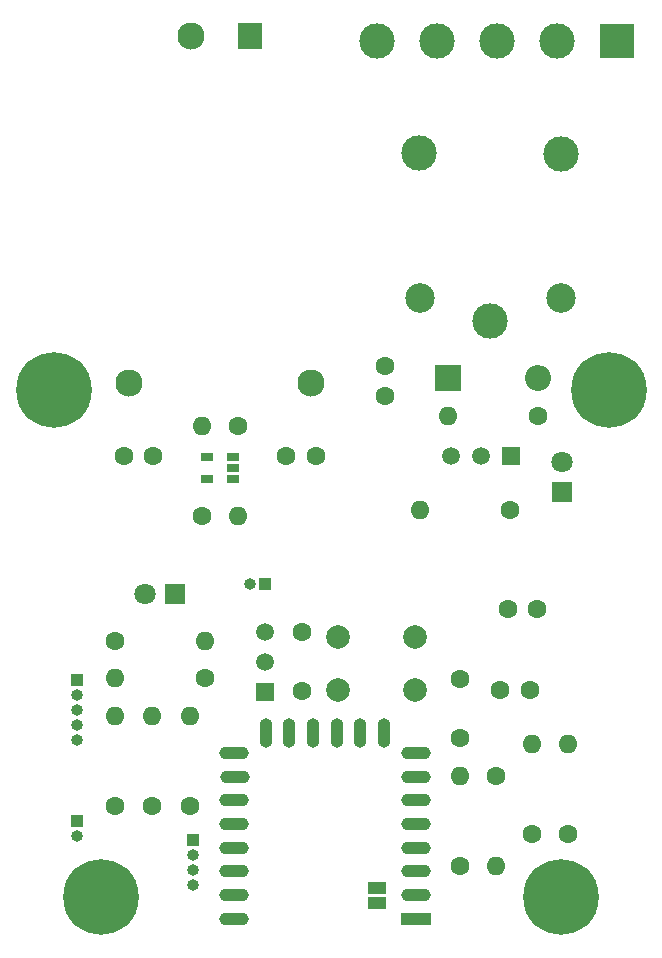
<source format=gbr>
%TF.GenerationSoftware,KiCad,Pcbnew,(5.1.5)-3*%
%TF.CreationDate,2020-12-06T12:17:53+01:00*%
%TF.ProjectId,cece-pcb,63656365-2d70-4636-922e-6b696361645f,rev?*%
%TF.SameCoordinates,Original*%
%TF.FileFunction,Soldermask,Bot*%
%TF.FilePolarity,Negative*%
%FSLAX46Y46*%
G04 Gerber Fmt 4.6, Leading zero omitted, Abs format (unit mm)*
G04 Created by KiCad (PCBNEW (5.1.5)-3) date 2020-12-06 12:17:53*
%MOMM*%
%LPD*%
G04 APERTURE LIST*
%ADD10C,3.000000*%
%ADD11R,3.000000X3.000000*%
%ADD12C,1.800000*%
%ADD13R,1.800000X1.800000*%
%ADD14C,1.600000*%
%ADD15O,1.000000X1.000000*%
%ADD16R,1.000000X1.000000*%
%ADD17O,1.600000X1.600000*%
%ADD18O,1.100000X2.500000*%
%ADD19O,2.500000X1.100000*%
%ADD20R,2.500000X1.100000*%
%ADD21O,2.200000X2.200000*%
%ADD22R,2.200000X2.200000*%
%ADD23C,6.400000*%
%ADD24R,1.500000X1.000000*%
%ADD25C,2.500000*%
%ADD26C,2.300000*%
%ADD27R,2.000000X2.300000*%
%ADD28C,1.500000*%
%ADD29R,1.500000X1.500000*%
%ADD30C,2.000000*%
%ADD31R,1.060000X0.650000*%
G04 APERTURE END LIST*
D10*
%TO.C,J4*%
X145415000Y-37465000D03*
X150495000Y-37465000D03*
D11*
X165735000Y-37465000D03*
D10*
X155575000Y-37465000D03*
X160655000Y-37465000D03*
%TD*%
D12*
%TO.C,D1*%
X125730000Y-84328000D03*
D13*
X128270000Y-84328000D03*
%TD*%
D12*
%TO.C,D3*%
X161036000Y-73152000D03*
D13*
X161036000Y-75692000D03*
%TD*%
D14*
%TO.C,C6*%
X137708000Y-72644000D03*
X140208000Y-72644000D03*
%TD*%
D15*
%TO.C,J2*%
X129794000Y-108966000D03*
X129794000Y-107696000D03*
X129794000Y-106426000D03*
D16*
X129794000Y-105156000D03*
%TD*%
D17*
%TO.C,R8*%
X129540000Y-94615000D03*
D14*
X129540000Y-102235000D03*
%TD*%
D18*
%TO.C,U1*%
X135965000Y-96090000D03*
X137965000Y-96090000D03*
X139965000Y-96090000D03*
X141965000Y-96090000D03*
X143965000Y-96090000D03*
X145965000Y-96090000D03*
D19*
X133255000Y-111790000D03*
X133255000Y-109790000D03*
X133255000Y-107790000D03*
X133255000Y-105790000D03*
X133255000Y-103790000D03*
X133255000Y-101790000D03*
X133355000Y-99790000D03*
X133255000Y-97790000D03*
X148655000Y-97790000D03*
X148655000Y-99790000D03*
X148655000Y-101790000D03*
X148655000Y-103790000D03*
X148655000Y-105790000D03*
X148655000Y-107790000D03*
X148655000Y-109790000D03*
D20*
X148655000Y-111790000D03*
%TD*%
D14*
%TO.C,C1*%
X139065000Y-87525000D03*
X139065000Y-92525000D03*
%TD*%
%TO.C,C2*%
X158964000Y-85598000D03*
X156464000Y-85598000D03*
%TD*%
%TO.C,C3*%
X155829000Y-92456000D03*
X158329000Y-92456000D03*
%TD*%
%TO.C,C4*%
X152400000Y-96520000D03*
X152400000Y-91520000D03*
%TD*%
%TO.C,C5*%
X123952000Y-72644000D03*
X126452000Y-72644000D03*
%TD*%
%TO.C,C7*%
X146050000Y-67524000D03*
X146050000Y-65024000D03*
%TD*%
D21*
%TO.C,D2*%
X159004000Y-66040000D03*
D22*
X151384000Y-66040000D03*
%TD*%
D23*
%TO.C,H1*%
X118000000Y-67000000D03*
%TD*%
%TO.C,H2*%
X122000000Y-110000000D03*
%TD*%
%TO.C,H3*%
X165000000Y-67000000D03*
%TD*%
%TO.C,H4*%
X161000000Y-110000000D03*
%TD*%
D16*
%TO.C,J1*%
X120015000Y-91567000D03*
D15*
X120015000Y-92837000D03*
X120015000Y-94107000D03*
X120015000Y-95377000D03*
X120015000Y-96647000D03*
%TD*%
D16*
%TO.C,J3*%
X135890000Y-83470000D03*
D15*
X134620000Y-83470000D03*
%TD*%
D24*
%TO.C,JP1*%
X145415000Y-109205000D03*
X145415000Y-110505000D03*
%TD*%
D16*
%TO.C,JP11*%
X120015000Y-103505000D03*
D15*
X120015000Y-104775000D03*
%TD*%
D10*
%TO.C,K1*%
X154940000Y-61214000D03*
D25*
X148990000Y-59264000D03*
D10*
X148940000Y-47014000D03*
X160990000Y-47064000D03*
D25*
X160990000Y-59264000D03*
%TD*%
D26*
%TO.C,PS1*%
X124420000Y-66484000D03*
X129620000Y-37084000D03*
D27*
X134620000Y-37084000D03*
D26*
X139820000Y-66484000D03*
%TD*%
D28*
%TO.C,Q1*%
X135890000Y-90035000D03*
X135890000Y-87495000D03*
D29*
X135890000Y-92575000D03*
%TD*%
D28*
%TO.C,Q2*%
X154178000Y-72644000D03*
X151638000Y-72644000D03*
D29*
X156718000Y-72644000D03*
%TD*%
D14*
%TO.C,R1*%
X158496000Y-104648000D03*
D17*
X158496000Y-97028000D03*
%TD*%
%TO.C,R2*%
X161544000Y-97028000D03*
D14*
X161544000Y-104648000D03*
%TD*%
%TO.C,R3*%
X130810000Y-91440000D03*
D17*
X123190000Y-91440000D03*
%TD*%
%TO.C,R4*%
X155448000Y-107315000D03*
D14*
X155448000Y-99695000D03*
%TD*%
%TO.C,R5*%
X152400000Y-107315000D03*
D17*
X152400000Y-99695000D03*
%TD*%
D14*
%TO.C,R6*%
X126365000Y-102235000D03*
D17*
X126365000Y-94615000D03*
%TD*%
D14*
%TO.C,R7*%
X123190000Y-102235000D03*
D17*
X123190000Y-94615000D03*
%TD*%
D14*
%TO.C,R9*%
X130556000Y-77724000D03*
D17*
X130556000Y-70104000D03*
%TD*%
%TO.C,R10*%
X133604000Y-77724000D03*
D14*
X133604000Y-70104000D03*
%TD*%
%TO.C,R11*%
X156668000Y-77216000D03*
D17*
X149048000Y-77216000D03*
%TD*%
D14*
%TO.C,R13*%
X123190000Y-88265000D03*
D17*
X130810000Y-88265000D03*
%TD*%
D14*
%TO.C,R14*%
X159004000Y-69215000D03*
D17*
X151384000Y-69215000D03*
%TD*%
D30*
%TO.C,SW1*%
X148590000Y-87956000D03*
X148590000Y-92456000D03*
X142090000Y-87956000D03*
X142090000Y-92456000D03*
%TD*%
D31*
%TO.C,U2*%
X130980000Y-72710000D03*
X130980000Y-74610000D03*
X133180000Y-74610000D03*
X133180000Y-73660000D03*
X133180000Y-72710000D03*
%TD*%
M02*

</source>
